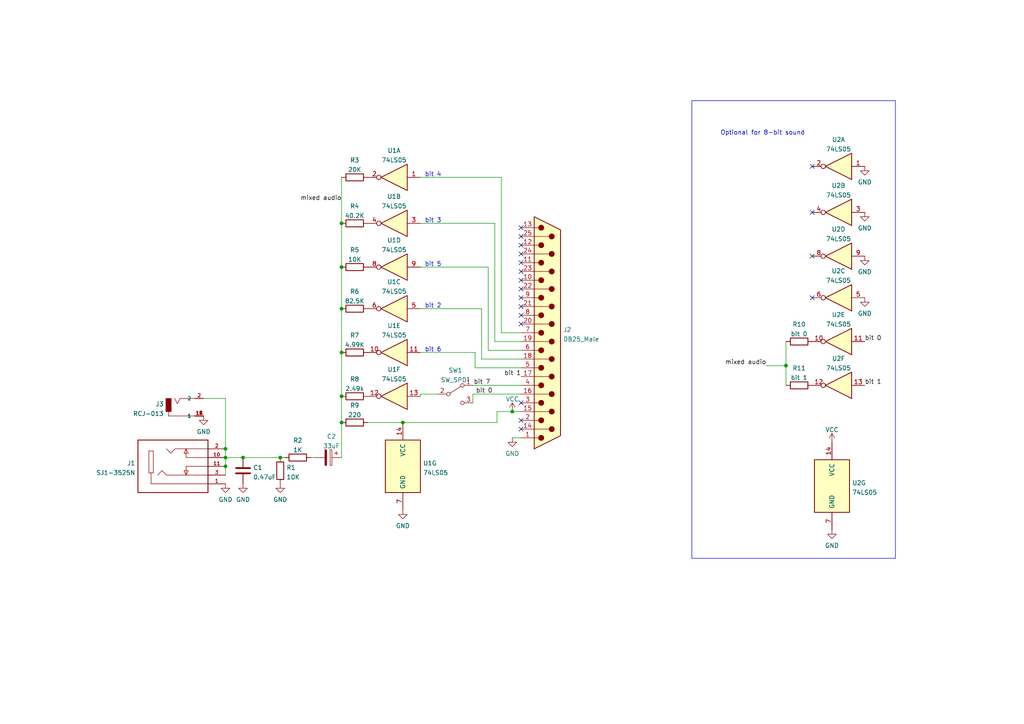
<source format=kicad_sch>
(kicad_sch (version 20230121) (generator eeschema)
  (paper "A4")
  (lib_symbols
    (symbol "74xx:74LS05" (pin_names (offset 1.016))
      (property "Reference" "U" (at 0 1.27 0))
      (property "Value" "74LS05" (at 0 -1.27 0))
      (symbol "74LS05_1_0"
        (polyline (pts (xy -3.81 3.81) (xy -3.81 -3.81) (xy 3.81 0) (xy -3.81 3.81)) (stroke (width 0.254)) (fill (type background)))
        (pin input line (at -7.62 0 0) (length 3.81) (name "~") (number "1"))
        (pin open_collector inverted (at 7.62 0 180) (length 3.81) (name "~") (number "2"))
      )
      (symbol "74LS05_2_0"
        (polyline (pts (xy -3.81 3.81) (xy -3.81 -3.81) (xy 3.81 0) (xy -3.81 3.81)) (stroke (width 0.254)) (fill (type background)))
        (pin input line (at -7.62 0 0) (length 3.81) (name "~") (number "3"))
        (pin open_collector inverted (at 7.62 0 180) (length 3.81) (name "~") (number "4"))
      )
      (symbol "74LS05_3_0"
        (polyline (pts (xy -3.81 3.81) (xy -3.81 -3.81) (xy 3.81 0) (xy -3.81 3.81)) (stroke (width 0.254)) (fill (type background)))
        (pin input line (at -7.62 0 0) (length 3.81) (name "~") (number "5"))
        (pin open_collector inverted (at 7.62 0 180) (length 3.81) (name "~") (number "6"))
      )
      (symbol "74LS05_4_0"
        (polyline (pts (xy -3.81 3.81) (xy -3.81 -3.81) (xy 3.81 0) (xy -3.81 3.81)) (stroke (width 0.254)) (fill (type background)))
        (pin open_collector inverted (at 7.62 0 180) (length 3.81) (name "~") (number "8"))
        (pin input line (at -7.62 0 0) (length 3.81) (name "~") (number "9"))
      )
      (symbol "74LS05_5_0"
        (polyline (pts (xy -3.81 3.81) (xy -3.81 -3.81) (xy 3.81 0) (xy -3.81 3.81)) (stroke (width 0.254)) (fill (type background)))
        (pin open_collector inverted (at 7.62 0 180) (length 3.81) (name "~") (number "10"))
        (pin input line (at -7.62 0 0) (length 3.81) (name "~") (number "11"))
      )
      (symbol "74LS05_6_0"
        (polyline (pts (xy -3.81 3.81) (xy -3.81 -3.81) (xy 3.81 0) (xy -3.81 3.81)) (stroke (width 0.254)) (fill (type background)))
        (pin open_collector inverted (at 7.62 0 180) (length 3.81) (name "~") (number "12"))
        (pin input line (at -7.62 0 0) (length 3.81) (name "~") (number "13"))
      )
      (symbol "74LS05_7_0"
        (pin power_in line (at 0 12.7 270) (length 5.08) (name "VCC") (number "14"))
        (pin power_in line (at 0 -12.7 90) (length 5.08) (name "GND") (number "7"))
      )
      (symbol "74LS05_7_1"
        (rectangle (start -5.08 7.62) (end 5.08 -7.62) (stroke (width 0.254)) (fill (type background)))
      )
    )
    (symbol "Connector:DB25_Male" (pin_names (offset 1.016) hide)
      (property "Reference" "J" (at 0 34.29 0))
      (property "Value" "DB25_Male" (at 0 -34.925 0))
      (symbol "DB25_Male_0_1"
        (circle (center -1.778 -30.48) (radius 0.762) (fill (type outline)))
        (circle (center -1.778 -25.4) (radius 0.762) (fill (type outline)))
        (circle (center -1.778 -20.32) (radius 0.762) (fill (type outline)))
        (circle (center -1.778 -15.24) (radius 0.762) (fill (type outline)))
        (circle (center -1.778 -10.16) (radius 0.762) (fill (type outline)))
        (circle (center -1.778 -5.08) (radius 0.762) (fill (type outline)))
        (circle (center -1.778 0) (radius 0.762) (fill (type outline)))
        (circle (center -1.778 5.08) (radius 0.762) (fill (type outline)))
        (circle (center -1.778 10.16) (radius 0.762) (fill (type outline)))
        (circle (center -1.778 15.24) (radius 0.762) (fill (type outline)))
        (circle (center -1.778 20.32) (radius 0.762) (fill (type outline)))
        (circle (center -1.778 25.4) (radius 0.762) (fill (type outline)))
        (circle (center -1.778 30.48) (radius 0.762) (fill (type outline)))
        (polyline (pts (xy -3.81 -30.48) (xy -2.54 -30.48)))
        (polyline (pts (xy -3.81 -27.94) (xy 0.508 -27.94)))
        (polyline (pts (xy -3.81 -25.4) (xy -2.54 -25.4)))
        (polyline (pts (xy -3.81 -22.86) (xy 0.508 -22.86)))
        (polyline (pts (xy -3.81 -20.32) (xy -2.54 -20.32)))
        (polyline (pts (xy -3.81 -17.78) (xy 0.508 -17.78)))
        (polyline (pts (xy -3.81 -15.24) (xy -2.54 -15.24)))
        (polyline (pts (xy -3.81 -12.7) (xy 0.508 -12.7)))
        (polyline (pts (xy -3.81 -10.16) (xy -2.54 -10.16)))
        (polyline (pts (xy -3.81 -7.62) (xy 0.508 -7.62)))
        (polyline (pts (xy -3.81 -5.08) (xy -2.54 -5.08)))
        (polyline (pts (xy -3.81 -2.54) (xy 0.508 -2.54)))
        (polyline (pts (xy -3.81 0) (xy -2.54 0)))
        (polyline (pts (xy -3.81 2.54) (xy 0.508 2.54)))
        (polyline (pts (xy -3.81 5.08) (xy -2.54 5.08)))
        (polyline (pts (xy -3.81 7.62) (xy 0.508 7.62)))
        (polyline (pts (xy -3.81 10.16) (xy -2.54 10.16)))
        (polyline (pts (xy -3.81 12.7) (xy 0.508 12.7)))
        (polyline (pts (xy -3.81 15.24) (xy -2.54 15.24)))
        (polyline (pts (xy -3.81 17.78) (xy 0.508 17.78)))
        (polyline (pts (xy -3.81 20.32) (xy -2.54 20.32)))
        (polyline (pts (xy -3.81 22.86) (xy 0.508 22.86)))
        (polyline (pts (xy -3.81 25.4) (xy -2.54 25.4)))
        (polyline (pts (xy -3.81 27.94) (xy 0.508 27.94)))
        (polyline (pts (xy -3.81 30.48) (xy -2.54 30.48)))
        (polyline (pts (xy -3.81 -33.655) (xy 3.81 -29.845) (xy 3.81 29.845) (xy -3.81 33.655) (xy -3.81 -33.655)) (stroke (width 0.254)) (fill (type background)))
        (circle (center 1.27 -27.94) (radius 0.762) (fill (type outline)))
        (circle (center 1.27 -22.86) (radius 0.762) (fill (type outline)))
        (circle (center 1.27 -17.78) (radius 0.762) (fill (type outline)))
        (circle (center 1.27 -12.7) (radius 0.762) (fill (type outline)))
        (circle (center 1.27 -7.62) (radius 0.762) (fill (type outline)))
        (circle (center 1.27 -2.54) (radius 0.762) (fill (type outline)))
        (circle (center 1.27 2.54) (radius 0.762) (fill (type outline)))
        (circle (center 1.27 7.62) (radius 0.762) (fill (type outline)))
        (circle (center 1.27 12.7) (radius 0.762) (fill (type outline)))
        (circle (center 1.27 17.78) (radius 0.762) (fill (type outline)))
        (circle (center 1.27 22.86) (radius 0.762) (fill (type outline)))
        (circle (center 1.27 27.94) (radius 0.762) (fill (type outline)))
      )
      (symbol "DB25_Male_1_1"
        (pin passive line (at -7.62 -30.48 0) (length 3.81) (name "1") (number "1"))
        (pin passive line (at -7.62 15.24 0) (length 3.81) (name "10") (number "10"))
        (pin passive line (at -7.62 20.32 0) (length 3.81) (name "11") (number "11"))
        (pin passive line (at -7.62 25.4 0) (length 3.81) (name "12") (number "12"))
        (pin passive line (at -7.62 30.48 0) (length 3.81) (name "13") (number "13"))
        (pin passive line (at -7.62 -27.94 0) (length 3.81) (name "P14") (number "14"))
        (pin passive line (at -7.62 -22.86 0) (length 3.81) (name "P15") (number "15"))
        (pin passive line (at -7.62 -17.78 0) (length 3.81) (name "P16") (number "16"))
        (pin passive line (at -7.62 -12.7 0) (length 3.81) (name "P17") (number "17"))
        (pin passive line (at -7.62 -7.62 0) (length 3.81) (name "P18") (number "18"))
        (pin passive line (at -7.62 -2.54 0) (length 3.81) (name "P19") (number "19"))
        (pin passive line (at -7.62 -25.4 0) (length 3.81) (name "2") (number "2"))
        (pin passive line (at -7.62 2.54 0) (length 3.81) (name "P20") (number "20"))
        (pin passive line (at -7.62 7.62 0) (length 3.81) (name "P21") (number "21"))
        (pin passive line (at -7.62 12.7 0) (length 3.81) (name "P22") (number "22"))
        (pin passive line (at -7.62 17.78 0) (length 3.81) (name "P23") (number "23"))
        (pin passive line (at -7.62 22.86 0) (length 3.81) (name "P24") (number "24"))
        (pin passive line (at -7.62 27.94 0) (length 3.81) (name "P25") (number "25"))
        (pin passive line (at -7.62 -20.32 0) (length 3.81) (name "3") (number "3"))
        (pin passive line (at -7.62 -15.24 0) (length 3.81) (name "4") (number "4"))
        (pin passive line (at -7.62 -10.16 0) (length 3.81) (name "5") (number "5"))
        (pin passive line (at -7.62 -5.08 0) (length 3.81) (name "6") (number "6"))
        (pin passive line (at -7.62 0 0) (length 3.81) (name "7") (number "7"))
        (pin passive line (at -7.62 5.08 0) (length 3.81) (name "8") (number "8"))
        (pin passive line (at -7.62 10.16 0) (length 3.81) (name "9") (number "9"))
      )
    )
    (symbol "Device:C" (pin_numbers hide) (pin_names (offset 0.254))
      (property "Reference" "C" (at 0.635 2.54 0))
      (property "Value" "C" (at 0.635 -2.54 0))
      (symbol "C_0_1"
        (polyline (pts (xy -2.032 -0.762) (xy 2.032 -0.762)) (stroke (width 0.508)))
        (polyline (pts (xy -2.032 0.762) (xy 2.032 0.762)) (stroke (width 0.508)))
      )
      (symbol "C_1_1"
        (pin passive line (at 0 3.81 270) (length 2.794) (name "~") (number "1"))
        (pin passive line (at 0 -3.81 90) (length 2.794) (name "~") (number "2"))
      )
    )
    (symbol "Device:C_Polarized" (pin_numbers hide) (pin_names (offset 0.254))
      (property "Reference" "C" (at 0.635 2.54 0))
      (property "Value" "C_Polarized" (at 0.635 -2.54 0))
      (symbol "C_Polarized_0_1"
        (rectangle (start -2.286 0.508) (end 2.286 1.016))
        (polyline (pts (xy -1.778 2.286) (xy -0.762 2.286)))
        (polyline (pts (xy -1.27 2.794) (xy -1.27 1.778)))
        (rectangle (start 2.286 -0.508) (end -2.286 -1.016) (fill (type outline)))
      )
      (symbol "C_Polarized_1_1"
        (pin passive line (at 0 3.81 270) (length 2.794) (name "~") (number "1"))
        (pin passive line (at 0 -3.81 90) (length 2.794) (name "~") (number "2"))
      )
    )
    (symbol "Device:R" (pin_numbers hide) (pin_names (offset 0))
      (property "Reference" "R" (at 2.032 0 90))
      (property "Value" "R" (at 0 0 90))
      (symbol "R_0_1"
        (rectangle (start -1.016 -2.54) (end 1.016 2.54) (stroke (width 0.254)))
      )
      (symbol "R_1_1"
        (pin passive line (at 0 3.81 270) (length 1.27) (name "~") (number "1"))
        (pin passive line (at 0 -3.81 90) (length 1.27) (name "~") (number "2"))
      )
    )
    (symbol "Evan's misc parts:RCJ-013" (pin_names (offset 1.016))
      (property "Reference" "J" (at -2.54 3.81 0))
      (property "Value" "RCJ-013" (at -2.54 -6.35 0))
      (symbol "RCJ-013_0_0"
        (rectangle (start -3.302 -2.54) (end -1.778 1.27) (fill (type outline)))
        (polyline (pts (xy -2.54 2.54) (xy -2.54 1.27)) (stroke (width 0.1524)))
        (polyline (pts (xy 0 -1.016) (xy -0.762 -2.54)) (stroke (width 0.1524)))
        (polyline (pts (xy 0.762 -2.54) (xy 0 -1.016)) (stroke (width 0.1524)))
        (polyline (pts (xy 2.54 -2.54) (xy 0.762 -2.54)) (stroke (width 0.1524)))
        (polyline (pts (xy 5.08 -2.54) (xy 2.54 -2.54)) (stroke (width 0.1524)))
        (polyline (pts (xy 5.08 2.54) (xy -2.54 2.54)) (stroke (width 0.1524)))
        (pin passive line (at 7.62 2.54 180) (length 2.54) (name "1") (number "1A"))
        (pin passive line (at 7.62 2.54 180) (length 2.54) (name "1") (number "1B"))
        (pin passive line (at 7.62 2.54 180) (length 2.54) (name "1") (number "1C"))
        (pin passive line (at 7.62 -2.54 180) (length 2.54) (name "2") (number "2"))
      )
    )
    (symbol "Evan's misc parts:SJ1-3525N" (pin_names (offset 1.016) hide)
      (property "Reference" "J" (at -10.16 10.16 0))
      (property "Value" "SJ1-3525N" (at -10.16 -12.7254 0))
      (symbol "SJ1-3525N_0_0"
        (polyline (pts (xy -10.16 -7.62) (xy 10.16 -7.62)) (stroke (width 0.254)))
        (polyline (pts (xy -10.16 7.62) (xy -10.16 -7.62)) (stroke (width 0.254)))
        (polyline (pts (xy -6.985 -4.445) (xy -6.985 1.905)) (stroke (width 0.1524)))
        (polyline (pts (xy -6.985 1.905) (xy -6.35 1.905)) (stroke (width 0.1524)))
        (polyline (pts (xy -6.35 1.905) (xy -5.715 1.905)) (stroke (width 0.1524)))
        (polyline (pts (xy -6.35 5.08) (xy -6.35 1.905)) (stroke (width 0.1524)))
        (polyline (pts (xy -5.715 -4.445) (xy -6.985 -4.445)) (stroke (width 0.1524)))
        (polyline (pts (xy -5.715 1.905) (xy -5.715 -4.445)) (stroke (width 0.1524)))
        (polyline (pts (xy -3.175 1.27) (xy -4.445 2.54)) (stroke (width 0.1524)))
        (polyline (pts (xy -1.905 2.54) (xy -3.175 1.27)) (stroke (width 0.1524)))
        (polyline (pts (xy -0.635 -3.81) (xy -1.905 -5.08)) (stroke (width 0.1524)))
        (polyline (pts (xy 0.635 -5.08) (xy -0.635 -3.81)) (stroke (width 0.1524)))
        (polyline (pts (xy 3.81 -5.08) (xy 0.635 -5.08)) (stroke (width 0.1524)))
        (polyline (pts (xy 3.81 -2.54) (xy 3.81 -5.08)) (stroke (width 0.1524)))
        (polyline (pts (xy 3.81 2.54) (xy -1.905 2.54)) (stroke (width 0.1524)))
        (polyline (pts (xy 3.81 2.54) (xy 3.81 0)) (stroke (width 0.1524)))
        (polyline (pts (xy 10.16 -7.62) (xy 10.16 -5.08)) (stroke (width 0.254)))
        (polyline (pts (xy 10.16 -5.08) (xy 3.81 -5.08)) (stroke (width 0.1524)))
        (polyline (pts (xy 10.16 -5.08) (xy 10.16 -2.54)) (stroke (width 0.254)))
        (polyline (pts (xy 10.16 -2.54) (xy 3.81 -2.54)) (stroke (width 0.1524)))
        (polyline (pts (xy 10.16 -2.54) (xy 10.16 0)) (stroke (width 0.254)))
        (polyline (pts (xy 10.16 0) (xy 3.81 0)) (stroke (width 0.1524)))
        (polyline (pts (xy 10.16 0) (xy 10.16 2.54)) (stroke (width 0.254)))
        (polyline (pts (xy 10.16 2.54) (xy 3.81 2.54)) (stroke (width 0.1524)))
        (polyline (pts (xy 10.16 2.54) (xy 10.16 5.08)) (stroke (width 0.254)))
        (polyline (pts (xy 10.16 5.08) (xy -6.35 5.08)) (stroke (width 0.1524)))
        (polyline (pts (xy 10.16 5.08) (xy 10.16 7.62)) (stroke (width 0.254)))
        (polyline (pts (xy 10.16 7.62) (xy -10.16 7.62)) (stroke (width 0.254)))
        (polyline (pts (xy 3.81 -5.08) (xy 3.175 -3.81) (xy 4.445 -3.81) (xy 3.81 -5.08)) (stroke (width 0.1524)) (fill (type background)))
        (polyline (pts (xy 3.81 2.54) (xy 4.445 1.27) (xy 3.175 1.27) (xy 3.81 2.54)) (stroke (width 0.1524)) (fill (type background)))
        (pin passive line (at 15.24 5.08 180) (length 5.08) (name "~") (number "1"))
        (pin passive line (at 15.24 -2.54 180) (length 5.08) (name "~") (number "10"))
        (pin passive line (at 15.24 0 180) (length 5.08) (name "~") (number "11"))
        (pin passive line (at 15.24 -5.08 180) (length 5.08) (name "~") (number "2"))
        (pin passive line (at 15.24 2.54 180) (length 5.08) (name "~") (number "3"))
      )
    )
    (symbol "Switch:SW_SPDT" (pin_names (offset 0) hide)
      (property "Reference" "SW" (at 0 4.318 0))
      (property "Value" "SW_SPDT" (at 0 -5.08 0))
      (symbol "SW_SPDT_0_0"
        (circle (center -2.032 0) (radius 0.508))
        (circle (center 2.032 -2.54) (radius 0.508))
      )
      (symbol "SW_SPDT_0_1"
        (polyline (pts (xy -1.524 0.254) (xy 1.651 2.286)))
        (circle (center 2.032 2.54) (radius 0.508))
      )
      (symbol "SW_SPDT_1_1"
        (pin passive line (at 5.08 2.54 180) (length 2.54) (name "A") (number "1"))
        (pin passive line (at -5.08 0 0) (length 2.54) (name "B") (number "2"))
        (pin passive line (at 5.08 -2.54 180) (length 2.54) (name "C") (number "3"))
      )
    )
    (symbol "power:GND" (power) (pin_names (offset 0))
      (property "Value" "GND" (at 0 -3.81 0))
      (symbol "GND_0_1"
        (polyline (pts (xy 0 0) (xy 0 -1.27) (xy 1.27 -1.27) (xy 0 -2.54) (xy -1.27 -1.27) (xy 0 -1.27)))
      )
      (symbol "GND_1_1"
        (pin power_in line (at 0 0 270) (length 0) hide (name "GND") (number "1"))
      )
    )
    (symbol "power:VCC" (power) (pin_names (offset 0))
      (property "Value" "VCC" (at 0 3.81 0))
      (symbol "VCC_0_1"
        (polyline (pts (xy -0.762 1.27) (xy 0 2.54)))
        (polyline (pts (xy 0 0) (xy 0 2.54)))
        (polyline (pts (xy 0 2.54) (xy 0.762 1.27)))
      )
      (symbol "VCC_1_1"
        (pin power_in line (at 0 0 90) (length 0) hide (name "VCC") (number "1"))
      )
    )
  )
  (junction (at 116.84 122.555))
  (junction (at 99.06 89.535))
  (junction (at 65.405 132.715))
  (junction (at 65.405 135.255))
  (junction (at 81.28 132.715))
  (junction (at 70.485 132.715))
  (junction (at 99.06 77.47))
  (junction (at 65.405 130.175))
  (junction (at 99.06 122.555))
  (junction (at 99.06 114.935))
  (junction (at 99.06 64.77))
  (junction (at 227.965 106.045))
  (junction (at 99.06 102.235))
  (junction (at 148.59 119.38))
  (no_connect (at 151.13 71.12))
  (no_connect (at 151.13 91.44))
  (no_connect (at 151.13 116.84))
  (no_connect (at 151.13 83.82))
  (no_connect (at 151.13 121.92))
  (no_connect (at 151.13 86.36))
  (no_connect (at 151.13 93.98))
  (no_connect (at 151.13 78.74))
  (no_connect (at 151.13 81.28))
  (no_connect (at 151.13 73.66))
  (no_connect (at 151.13 66.04))
  (no_connect (at 151.13 88.9))
  (no_connect (at 151.13 124.46))
  (no_connect (at 235.585 61.595))
  (no_connect (at 235.585 48.26))
  (no_connect (at 235.585 74.295))
  (no_connect (at 235.585 86.36))
  (no_connect (at 151.13 76.2))
  (no_connect (at 151.13 68.58))
  (wire (pts (xy 137.16 114.3) (xy 151.13 114.3)))
  (wire (pts (xy 81.28 132.715) (xy 82.55 132.715)))
  (wire (pts (xy 65.405 135.255) (xy 65.405 137.795)))
  (wire (pts (xy 145.415 51.435) (xy 145.415 96.52)))
  (wire (pts (xy 143.51 99.06) (xy 151.13 99.06)))
  (wire (pts (xy 137.16 111.76) (xy 151.13 111.76)))
  (wire (pts (xy 222.25 106.045) (xy 227.965 106.045)))
  (wire (pts (xy 144.145 119.38) (xy 148.59 119.38)))
  (wire (pts (xy 145.415 96.52) (xy 151.13 96.52)))
  (wire (pts (xy 137.795 106.68) (xy 151.13 106.68)))
  (wire (pts (xy 65.405 115.57) (xy 59.055 115.57)))
  (wire (pts (xy 121.92 114.3) (xy 121.92 114.935)))
  (wire (pts (xy 121.92 114.3) (xy 127 114.3)))
  (wire (pts (xy 137.16 116.84) (xy 137.16 114.3)))
  (wire (pts (xy 148.59 119.38) (xy 151.13 119.38)))
  (wire (pts (xy 227.965 106.045) (xy 227.965 111.76)))
  (wire (pts (xy 143.51 64.77) (xy 143.51 99.06)))
  (wire (pts (xy 65.405 130.175) (xy 65.405 132.715)))
  (wire (pts (xy 65.405 132.715) (xy 70.485 132.715)))
  (wire (pts (xy 99.06 89.535) (xy 99.06 102.235)))
  (wire (pts (xy 227.965 106.045) (xy 227.965 99.06)))
  (wire (pts (xy 99.06 132.715) (xy 99.06 122.555)))
  (wire (pts (xy 90.17 132.715) (xy 91.44 132.715)))
  (wire (pts (xy 139.7 104.14) (xy 151.13 104.14)))
  (wire (pts (xy 99.06 102.235) (xy 99.06 114.935)))
  (wire (pts (xy 144.145 122.555) (xy 144.145 119.38)))
  (wire (pts (xy 141.605 77.47) (xy 121.92 77.47)))
  (wire (pts (xy 106.68 122.555) (xy 116.84 122.555)))
  (polyline (pts (xy 200.66 161.925) (xy 259.715 161.925)))
  (polyline (pts (xy 259.715 161.925) (xy 259.715 29.21)))
  (polyline (pts (xy 200.66 29.21) (xy 259.715 29.21)))
  (wire (pts (xy 148.59 127) (xy 151.13 127)))
  (wire (pts (xy 145.415 51.435) (xy 121.92 51.435)))
  (wire (pts (xy 70.485 132.715) (xy 81.28 132.715)))
  (wire (pts (xy 139.7 89.535) (xy 121.92 89.535)))
  (wire (pts (xy 99.06 114.935) (xy 99.06 122.555)))
  (wire (pts (xy 139.7 104.14) (xy 139.7 89.535)))
  (wire (pts (xy 65.405 132.715) (xy 65.405 135.255)))
  (polyline (pts (xy 200.66 29.21) (xy 200.66 161.925)))
  (wire (pts (xy 137.795 102.235) (xy 137.795 106.68)))
  (wire (pts (xy 143.51 64.77) (xy 121.92 64.77)))
  (wire (pts (xy 141.605 77.47) (xy 141.605 101.6)))
  (wire (pts (xy 99.06 77.47) (xy 99.06 89.535)))
  (wire (pts (xy 116.84 122.555) (xy 144.145 122.555)))
  (wire (pts (xy 65.405 130.175) (xy 65.405 115.57)))
  (wire (pts (xy 99.06 64.77) (xy 99.06 77.47)))
  (wire (pts (xy 99.06 51.435) (xy 99.06 64.77)))
  (wire (pts (xy 121.92 102.235) (xy 137.795 102.235)))
  (wire (pts (xy 141.605 101.6) (xy 151.13 101.6)))
  (text "Optional for 8-bit sound" (at 208.915 39.37 0) (effects (font (size 1.27 1.27)) (justify left bottom)))
  (text "bit 2" (at 123.19 89.535 0) (effects (font (size 1.27 1.27)) (justify left bottom)))
  (text "bit 5" (at 123.19 77.47 0) (effects (font (size 1.27 1.27)) (justify left bottom)))
  (text "bit 4" (at 123.19 51.435 0) (effects (font (size 1.27 1.27)) (justify left bottom)))
  (text "bit 6" (at 123.19 102.235 0) (effects (font (size 1.27 1.27)) (justify left bottom)))
  (text "bit 3" (at 123.19 64.77 0) (effects (font (size 1.27 1.27)) (justify left bottom)))
  (label "bit 1" (at 250.825 111.76 0))
  (label "bit 0" (at 250.825 99.06 0))
  (label "bit 0" (at 142.875 114.3 180))
  (label "bit 7" (at 142.24 111.76 180))
  (label "bit 1" (at 151.13 109.22 180))
  (label "mixed audio" (at 222.25 106.045 180))
  (label "mixed audio" (at 99.06 58.42 180))
  (symbol (lib_id "Device:R") (at 102.87 102.235 90) (unit 1)
    (property "Reference" "R7" (at 102.87 97.2525 90))
    (property "Value" "4.99K" (at 102.87 100.0276 90))
    (property "Footprint" "Resistor_SMD:R_0603_1608Metric" (effects hide))
  )
  (symbol (lib_id "74xx:74LS05") (at 116.84 135.255 0) (unit 7)
    (property "Reference" "U1" (at 122.682 134.3465 0) (effects (justify left)))
    (property "Value" "74LS05" (at 122.682 137.1216 0) (effects (justify left)))
    (property "Footprint" "Package_SO:SO-14_3.9x8.65mm_P1.27mm" (effects hide))
    (property "Datasheet" "http://www.ti.com/lit/gpn/sn74LS05" (effects hide))
  )
  (symbol (lib_id "74xx:74LS05") (at 243.205 48.26 180) (unit 1)
    (property "Reference" "U2" (at 243.205 40.4835 0))
    (property "Value" "74LS05" (at 243.205 43.2586 0))
    (property "Footprint" "Package_SO:SO-14_3.9x8.65mm_P1.27mm" (effects hide))
    (property "Datasheet" "http://www.ti.com/lit/gpn/sn74LS05" (effects hide))
  )
  (symbol (lib_id "74xx:74LS05") (at 243.205 61.595 180) (unit 2)
    (property "Reference" "U2" (at 243.205 53.8185 0))
    (property "Value" "74LS05" (at 243.205 56.5936 0))
    (property "Footprint" "Package_SO:SO-14_3.9x8.65mm_P1.27mm" (effects hide))
    (property "Datasheet" "http://www.ti.com/lit/gpn/sn74LS05" (effects hide))
  )
  (symbol (lib_id "Device:R") (at 102.87 114.935 90) (unit 1)
    (property "Reference" "R8" (at 102.87 109.9525 90))
    (property "Value" "2.49k" (at 102.87 112.7276 90))
    (property "Footprint" "Resistor_SMD:R_0603_1608Metric" (effects hide))
  )
  (symbol (lib_id "74xx:74LS05") (at 243.205 86.36 180) (unit 3)
    (property "Reference" "U2" (at 243.205 78.5835 0))
    (property "Value" "74LS05" (at 243.205 81.3586 0))
    (property "Footprint" "Package_SO:SO-14_3.9x8.65mm_P1.27mm" (effects hide))
    (property "Datasheet" "http://www.ti.com/lit/gpn/sn74LS05" (effects hide))
  )
  (symbol (lib_id "power:VCC") (at 241.3 128.27 0) (unit 1)
    (property "Reference" "#PWR0109" (effects hide))
    (property "Value" "VCC" (at 241.3 124.6655 0))
  )
  (symbol (lib_id "Evan's misc parts:RCJ-013") (at 51.435 118.11 0) (mirror x) (unit 1)
    (property "Reference" "J3" (at 47.498 117.2015 0) (effects (justify right)))
    (property "Value" "RCJ-013" (at 47.498 119.9766 0) (effects (justify right)))
    (property "Footprint" "Evan's misc parts:CUI_RCJ-013" (effects hide))
    (property "STANDARD" "Manufacturer recommendations" (effects hide))
    (property "PART_REV" "B" (effects hide))
    (property "MANUFACTURER" "CUI Inc" (effects hide))
  )
  (symbol (lib_id "power:GND") (at 241.3 153.67 0) (unit 1)
    (property "Reference" "#PWR0108" (effects hide))
    (property "Value" "GND" (at 241.3 158.2325 0))
  )
  (symbol (lib_id "power:GND") (at 148.59 127 0) (unit 1)
    (property "Reference" "#PWR0106" (effects hide))
    (property "Value" "GND" (at 148.59 131.5625 0))
  )
  (symbol (lib_id "Evan's misc parts:SJ1-3525N") (at 50.165 135.255 0) (mirror x) (unit 1)
    (property "Reference" "J1" (at 39.243 134.3465 0) (effects (justify right)))
    (property "Value" "SJ1-3525N" (at 39.243 137.1216 0) (effects (justify right)))
    (property "Footprint" "Evan's misc parts:CUI_SJ1-3525N" (effects hide))
    (property "MANUFACTURER" "CUI" (effects hide))
    (property "STANDARD" "Manufacturer recommendation" (effects hide))
    (property "PARTREV" "1.02" (effects hide))
  )
  (symbol (lib_id "power:GND") (at 250.825 86.36 0) (unit 1)
    (property "Reference" "#PWR0113" (effects hide))
    (property "Value" "GND" (at 250.825 90.9225 0))
  )
  (symbol (lib_id "74xx:74LS05") (at 114.3 77.47 180) (unit 4)
    (property "Reference" "U1" (at 114.3 69.6935 0))
    (property "Value" "74LS05" (at 114.3 72.4686 0))
    (property "Footprint" "Package_SO:SO-14_3.9x8.65mm_P1.27mm" (effects hide))
    (property "Datasheet" "http://www.ti.com/lit/gpn/sn74LS05" (effects hide))
  )
  (symbol (lib_id "74xx:74LS05") (at 114.3 102.235 180) (unit 5)
    (property "Reference" "U1" (at 114.3 94.4585 0))
    (property "Value" "74LS05" (at 114.3 97.2336 0))
    (property "Footprint" "Package_SO:SO-14_3.9x8.65mm_P1.27mm" (effects hide))
    (property "Datasheet" "http://www.ti.com/lit/gpn/sn74LS05" (effects hide))
  )
  (symbol (lib_id "Switch:SW_SPDT") (at 132.08 114.3 0) (unit 1)
    (property "Reference" "SW1" (at 132.08 107.4125 0))
    (property "Value" "SW_SPDT" (at 132.08 110.1876 0))
    (property "Footprint" "Connector_PinHeader_2.54mm:PinHeader_1x03_P2.54mm_Vertical" (effects hide))
  )
  (symbol (lib_id "Device:C_Polarized") (at 95.25 132.715 270) (unit 1)
    (property "Reference" "C2" (at 96.139 126.5895 90))
    (property "Value" "33uF" (at 96.139 129.3646 90))
    (property "Footprint" "Capacitor_THT:CP_Radial_D5.0mm_P2.00mm" (effects hide))
  )
  (symbol (lib_id "Device:R") (at 86.36 132.715 90) (unit 1)
    (property "Reference" "R2" (at 86.36 127.7325 90))
    (property "Value" "1K" (at 86.36 130.5076 90))
    (property "Footprint" "Resistor_SMD:R_0603_1608Metric" (effects hide))
  )
  (symbol (lib_id "Device:R") (at 102.87 64.77 90) (unit 1)
    (property "Reference" "R4" (at 102.87 59.7875 90))
    (property "Value" "40.2K" (at 102.87 62.5626 90))
    (property "Footprint" "Resistor_SMD:R_0603_1608Metric" (effects hide))
  )
  (symbol (lib_id "power:GND") (at 70.485 140.335 0) (unit 1)
    (property "Reference" "#PWR0103" (effects hide))
    (property "Value" "GND" (at 70.485 144.8975 0))
  )
  (symbol (lib_id "74xx:74LS05") (at 243.205 99.06 180) (unit 5)
    (property "Reference" "U2" (at 243.205 91.2835 0))
    (property "Value" "74LS05" (at 243.205 94.0586 0))
    (property "Footprint" "Package_SO:SO-14_3.9x8.65mm_P1.27mm" (effects hide))
    (property "Datasheet" "http://www.ti.com/lit/gpn/sn74LS05" (effects hide))
  )
  (symbol (lib_id "74xx:74LS05") (at 243.205 111.76 180) (unit 6)
    (property "Reference" "U2" (at 243.205 103.9835 0))
    (property "Value" "74LS05" (at 243.205 106.7586 0))
    (property "Footprint" "Package_SO:SO-14_3.9x8.65mm_P1.27mm" (effects hide))
    (property "Datasheet" "http://www.ti.com/lit/gpn/sn74LS05" (effects hide))
  )
  (symbol (lib_id "power:GND") (at 59.055 120.65 0) (unit 1)
    (property "Reference" "#PWR0107" (effects hide))
    (property "Value" "GND" (at 59.055 125.2125 0))
  )
  (symbol (lib_id "Device:R") (at 102.87 89.535 90) (unit 1)
    (property "Reference" "R6" (at 102.87 84.5525 90))
    (property "Value" "82.5K" (at 102.87 87.3276 90))
    (property "Footprint" "Resistor_SMD:R_0603_1608Metric" (effects hide))
  )
  (symbol (lib_id "74xx:74LS05") (at 241.3 140.97 0) (unit 7)
    (property "Reference" "U2" (at 247.142 140.0615 0) (effects (justify left)))
    (property "Value" "74LS05" (at 247.142 142.8366 0) (effects (justify left)))
    (property "Footprint" "Package_SO:SO-14_3.9x8.65mm_P1.27mm" (effects hide))
    (property "Datasheet" "http://www.ti.com/lit/gpn/sn74LS05" (effects hide))
  )
  (symbol (lib_id "power:GND") (at 250.825 61.595 0) (unit 1)
    (property "Reference" "#PWR0111" (effects hide))
    (property "Value" "GND" (at 250.825 66.1575 0))
  )
  (symbol (lib_id "power:GND") (at 250.825 74.295 0) (unit 1)
    (property "Reference" "#PWR0112" (effects hide))
    (property "Value" "GND" (at 250.825 78.8575 0))
  )
  (symbol (lib_id "power:GND") (at 65.405 140.335 0) (unit 1)
    (property "Reference" "#PWR0102" (effects hide))
    (property "Value" "GND" (at 65.405 144.8975 0))
  )
  (symbol (lib_id "74xx:74LS05") (at 114.3 64.77 180) (unit 2)
    (property "Reference" "U1" (at 114.3 56.9935 0))
    (property "Value" "74LS05" (at 114.3 59.7686 0))
    (property "Footprint" "Package_SO:SO-14_3.9x8.65mm_P1.27mm" (effects hide))
    (property "Datasheet" "http://www.ti.com/lit/gpn/sn74LS05" (effects hide))
  )
  (symbol (lib_id "Device:R") (at 231.775 99.06 90) (unit 1)
    (property "Reference" "R10" (at 231.775 94.0775 90))
    (property "Value" "bit 0" (at 231.775 96.8526 90))
    (property "Footprint" "Resistor_SMD:R_0603_1608Metric" (effects hide))
  )
  (symbol (lib_id "Device:R") (at 102.87 51.435 90) (unit 1)
    (property "Reference" "R3" (at 102.87 46.4525 90))
    (property "Value" "20K" (at 102.87 49.2276 90))
    (property "Footprint" "Resistor_SMD:R_0603_1608Metric" (effects hide))
  )
  (symbol (lib_id "Connector:DB25_Male") (at 158.75 96.52 0) (unit 1)
    (property "Reference" "J2" (at 163.322 95.6115 0) (effects (justify left)))
    (property "Value" "DB25_Male" (at 163.322 98.3866 0) (effects (justify left)))
    (property "Footprint" "Connector_Dsub:DSUB-25_Male_EdgeMount_P2.77mm" (effects hide))
    (property "Datasheet" " ~" (effects hide))
  )
  (symbol (lib_id "Device:R") (at 81.28 136.525 0) (unit 1)
    (property "Reference" "R1" (at 83.058 135.6165 0) (effects (justify left)))
    (property "Value" "10K" (at 83.058 138.3916 0) (effects (justify left)))
    (property "Footprint" "Resistor_SMD:R_0603_1608Metric" (effects hide))
  )
  (symbol (lib_id "power:GND") (at 116.84 147.955 0) (unit 1)
    (property "Reference" "#PWR0101" (effects hide))
    (property "Value" "GND" (at 116.84 152.5175 0))
  )
  (symbol (lib_id "Device:C") (at 70.485 136.525 0) (unit 1)
    (property "Reference" "C1" (at 73.406 135.6165 0) (effects (justify left)))
    (property "Value" "0.47uF" (at 73.406 138.3916 0) (effects (justify left)))
    (property "Footprint" "Capacitor_SMD:C_0603_1608Metric" (effects hide))
  )
  (symbol (lib_id "74xx:74LS05") (at 114.3 51.435 180) (unit 1)
    (property "Reference" "U1" (at 114.3 43.6585 0))
    (property "Value" "74LS05" (at 114.3 46.4336 0))
    (property "Footprint" "Package_SO:SO-14_3.9x8.65mm_P1.27mm" (effects hide))
    (property "Datasheet" "http://www.ti.com/lit/gpn/sn74LS05" (effects hide))
  )
  (symbol (lib_id "Device:R") (at 102.87 77.47 90) (unit 1)
    (property "Reference" "R5" (at 102.87 72.4875 90))
    (property "Value" "10K" (at 102.87 75.2626 90))
    (property "Footprint" "Resistor_SMD:R_0603_1608Metric" (effects hide))
  )
  (symbol (lib_id "Device:R") (at 231.775 111.76 90) (unit 1)
    (property "Reference" "R11" (at 231.775 106.7775 90))
    (property "Value" "bit 1" (at 231.775 109.5526 90))
    (property "Footprint" "Resistor_SMD:R_0603_1608Metric" (effects hide))
  )
  (symbol (lib_id "power:VCC") (at 148.59 119.38 0) (unit 1)
    (property "Reference" "#PWR0105" (effects hide))
    (property "Value" "VCC" (at 148.59 115.7755 0))
  )
  (symbol (lib_id "74xx:74LS05") (at 114.3 114.935 180) (unit 6)
    (property "Reference" "U1" (at 114.3 107.1585 0))
    (property "Value" "74LS05" (at 114.3 109.9336 0))
    (property "Footprint" "Package_SO:SO-14_3.9x8.65mm_P1.27mm" (effects hide))
    (property "Datasheet" "http://www.ti.com/lit/gpn/sn74LS05" (effects hide))
  )
  (symbol (lib_id "Device:R") (at 102.87 122.555 90) (unit 1)
    (property "Reference" "R9" (at 102.87 117.5725 90))
    (property "Value" "220" (at 102.87 120.3476 90))
    (property "Footprint" "Resistor_SMD:R_0603_1608Metric" (effects hide))
  )
  (symbol (lib_id "power:GND") (at 81.28 140.335 0) (unit 1)
    (property "Reference" "#PWR0104" (effects hide))
    (property "Value" "GND" (at 81.28 144.8975 0))
  )
  (symbol (lib_id "power:GND") (at 250.825 48.26 0) (unit 1)
    (property "Reference" "#PWR0110" (effects hide))
    (property "Value" "GND" (at 250.825 52.8225 0))
  )
  (symbol (lib_id "74xx:74LS05") (at 114.3 89.535 180) (unit 3)
    (property "Reference" "U1" (at 114.3 81.7585 0))
    (property "Value" "74LS05" (at 114.3 84.5336 0))
    (property "Footprint" "Package_SO:SO-14_3.9x8.65mm_P1.27mm" (effects hide))
    (property "Datasheet" "http://www.ti.com/lit/gpn/sn74LS05" (effects hide))
  )
  (symbol (lib_id "74xx:74LS05") (at 243.205 74.295 180) (unit 4)
    (property "Reference" "U2" (at 243.205 66.5185 0))
    (property "Value" "74LS05" (at 243.205 69.2936 0))
    (property "Footprint" "Package_SO:SO-14_3.9x8.65mm_P1.27mm" (effects hide))
    (property "Datasheet" "http://www.ti.com/lit/gpn/sn74LS05" (effects hide))
  )
)
</source>
